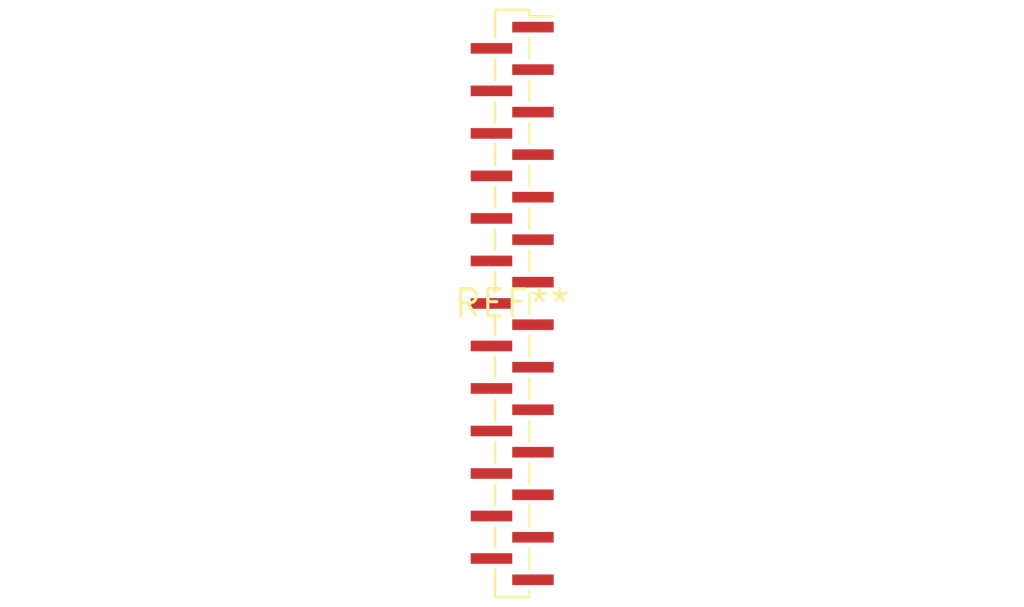
<source format=kicad_pcb>
(kicad_pcb (version 20240108) (generator pcbnew)
  (layers (0 "F.Cu" signal) (31 "B.Cu" signal) (34 "B.Paste" user) (35 "F.Paste" user) (36 "B.SilkS" user "B.Silkscreen") (37 "F.SilkS" user "F.Silkscreen") (38 "B.Mask" user) (39 "F.Mask" user) (44 "Edge.Cuts" user))
  (net 0 "")
  (footprint "PinSocket_1x27_P1.00mm_Vertical_SMD_Pin1Right" (layer "F.Cu") (at 0 0)
    (property "Reference" "REF**")
    (property "Value" "PinSocket_1x27_P1.00mm_Vertical_SMD_Pin1Right")
    (fp_line (start -0.81 -13.81) (end -0.81 -12.51) (layer "F.SilkS") (stroke (width 0.12)))
    (fp_line (start -0.81 -13.81) (end 0.81 -13.81) (layer "F.SilkS") (stroke (width 0.12)))
    (fp_line (start -0.81 -11.49) (end -0.81 -10.51) (layer "F.SilkS") (stroke (width 0.12)))
    (fp_line (start -0.81 -9.49) (end -0.81 -8.51) (layer "F.SilkS") (stroke (width 0.12)))
    (fp_line (start -0.81 -7.49) (end -0.81 -6.51) (layer "F.SilkS") (stroke (width 0.12)))
    (fp_line (start -0.81 -5.49) (end -0.81 -4.51) (layer "F.SilkS") (stroke (width 0.12)))
    (fp_line (start -0.81 -3.49) (end -0.81 -2.51) (layer "F.SilkS") (stroke (width 0.12)))
    (fp_line (start -0.81 -1.49) (end -0.81 -0.51) (layer "F.SilkS") (stroke (width 0.12)))
    (fp_line (start -0.81 0.51) (end -0.81 1.49) (layer "F.SilkS") (stroke (width 0.12)))
    (fp_line (start -0.81 2.51) (end -0.81 3.49) (layer "F.SilkS") (stroke (width 0.12)))
    (fp_line (start -0.81 4.51) (end -0.81 5.49) (layer "F.SilkS") (stroke (width 0.12)))
    (fp_line (start -0.81 6.51) (end -0.81 7.49) (layer "F.SilkS") (stroke (width 0.12)))
    (fp_line (start -0.81 8.51) (end -0.81 9.49) (layer "F.SilkS") (stroke (width 0.12)))
    (fp_line (start -0.81 10.51) (end -0.81 11.49) (layer "F.SilkS") (stroke (width 0.12)))
    (fp_line (start -0.81 12.51) (end -0.81 13.81) (layer "F.SilkS") (stroke (width 0.12)))
    (fp_line (start -0.81 13.81) (end 0.81 13.81) (layer "F.SilkS") (stroke (width 0.12)))
    (fp_line (start 0.81 -13.81) (end 0.81 -13.51) (layer "F.SilkS") (stroke (width 0.12)))
    (fp_line (start 0.81 -13.51) (end 1.89 -13.51) (layer "F.SilkS") (stroke (width 0.12)))
    (fp_line (start 0.81 -12.49) (end 0.81 -11.51) (layer "F.SilkS") (stroke (width 0.12)))
    (fp_line (start 0.81 -10.49) (end 0.81 -9.51) (layer "F.SilkS") (stroke (width 0.12)))
    (fp_line (start 0.81 -8.49) (end 0.81 -7.51) (layer "F.SilkS") (stroke (width 0.12)))
    (fp_line (start 0.81 -6.49) (end 0.81 -5.51) (layer "F.SilkS") (stroke (width 0.12)))
    (fp_line (start 0.81 -4.49) (end 0.81 -3.51) (layer "F.SilkS") (stroke (width 0.12)))
    (fp_line (start 0.81 -2.49) (end 0.81 -1.51) (layer "F.SilkS") (stroke (width 0.12)))
    (fp_line (start 0.81 -0.49) (end 0.81 0.49) (layer "F.SilkS") (stroke (width 0.12)))
    (fp_line (start 0.81 1.51) (end 0.81 2.49) (layer "F.SilkS") (stroke (width 0.12)))
    (fp_line (start 0.81 3.51) (end 0.81 4.49) (layer "F.SilkS") (stroke (width 0.12)))
    (fp_line (start 0.81 5.51) (end 0.81 6.49) (layer "F.SilkS") (stroke (width 0.12)))
    (fp_line (start 0.81 7.51) (end 0.81 8.49) (layer "F.SilkS") (stroke (width 0.12)))
    (fp_line (start 0.81 9.51) (end 0.81 10.49) (layer "F.SilkS") (stroke (width 0.12)))
    (fp_line (start 0.81 11.51) (end 0.81 12.49) (layer "F.SilkS") (stroke (width 0.12)))
    (fp_line (start 0.81 13.51) (end 0.81 13.81) (layer "F.SilkS") (stroke (width 0.12)))
    (pad "1" smd rect (at 0.975 -13) (size 1.95 0.5) (layers "F.Cu" "F.Paste" "F.Mask"))
    (pad "2" smd rect (at -0.975 -12) (size 1.95 0.5) (layers "F.Cu" "F.Paste" "F.Mask"))
    (pad "3" smd rect (at 0.975 -11) (size 1.95 0.5) (layers "F.Cu" "F.Paste" "F.Mask"))
    (pad "4" smd rect (at -0.975 -10) (size 1.95 0.5) (layers "F.Cu" "F.Paste" "F.Mask"))
    (pad "5" smd rect (at 0.975 -9) (size 1.95 0.5) (layers "F.Cu" "F.Paste" "F.Mask"))
    (pad "6" smd rect (at -0.975 -8) (size 1.95 0.5) (layers "F.Cu" "F.Paste" "F.Mask"))
    (pad "7" smd rect (at 0.975 -7) (size 1.95 0.5) (layers "F.Cu" "F.Paste" "F.Mask"))
    (pad "8" smd rect (at -0.975 -6) (size 1.95 0.5) (layers "F.Cu" "F.Paste" "F.Mask"))
    (pad "9" smd rect (at 0.975 -5) (size 1.95 0.5) (layers "F.Cu" "F.Paste" "F.Mask"))
    (pad "10" smd rect (at -0.975 -4) (size 1.95 0.5) (layers "F.Cu" "F.Paste" "F.Mask"))
    (pad "11" smd rect (at 0.975 -3) (size 1.95 0.5) (layers "F.Cu" "F.Paste" "F.Mask"))
    (pad "12" smd rect (at -0.975 -2) (size 1.95 0.5) (layers "F.Cu" "F.Paste" "F.Mask"))
    (pad "13" smd rect (at 0.975 -1) (size 1.95 0.5) (layers "F.Cu" "F.Paste" "F.Mask"))
    (pad "14" smd rect (at -0.975 0) (size 1.95 0.5) (layers "F.Cu" "F.Paste" "F.Mask"))
    (pad "15" smd rect (at 0.975 1) (size 1.95 0.5) (layers "F.Cu" "F.Paste" "F.Mask"))
    (pad "16" smd rect (at -0.975 2) (size 1.95 0.5) (layers "F.Cu" "F.Paste" "F.Mask"))
    (pad "17" smd rect (at 0.975 3) (size 1.95 0.5) (layers "F.Cu" "F.Paste" "F.Mask"))
    (pad "18" smd rect (at -0.975 4) (size 1.95 0.5) (layers "F.Cu" "F.Paste" "F.Mask"))
    (pad "19" smd rect (at 0.975 5) (size 1.95 0.5) (layers "F.Cu" "F.Paste" "F.Mask"))
    (pad "20" smd rect (at -0.975 6) (size 1.95 0.5) (layers "F.Cu" "F.Paste" "F.Mask"))
    (pad "21" smd rect (at 0.975 7) (size 1.95 0.5) (layers "F.Cu" "F.Paste" "F.Mask"))
    (pad "22" smd rect (at -0.975 8) (size 1.95 0.5) (layers "F.Cu" "F.Paste" "F.Mask"))
    (pad "23" smd rect (at 0.975 9) (size 1.95 0.5) (layers "F.Cu" "F.Paste" "F.Mask"))
    (pad "24" smd rect (at -0.975 10) (size 1.95 0.5) (layers "F.Cu" "F.Paste" "F.Mask"))
    (pad "25" smd rect (at 0.975 11) (size 1.95 0.5) (layers "F.Cu" "F.Paste" "F.Mask"))
    (pad "26" smd rect (at -0.975 12) (size 1.95 0.5) (layers "F.Cu" "F.Paste" "F.Mask"))
    (pad "27" smd rect (at 0.975 13) (size 1.95 0.5) (layers "F.Cu" "F.Paste" "F.Mask"))
  )
)
</source>
